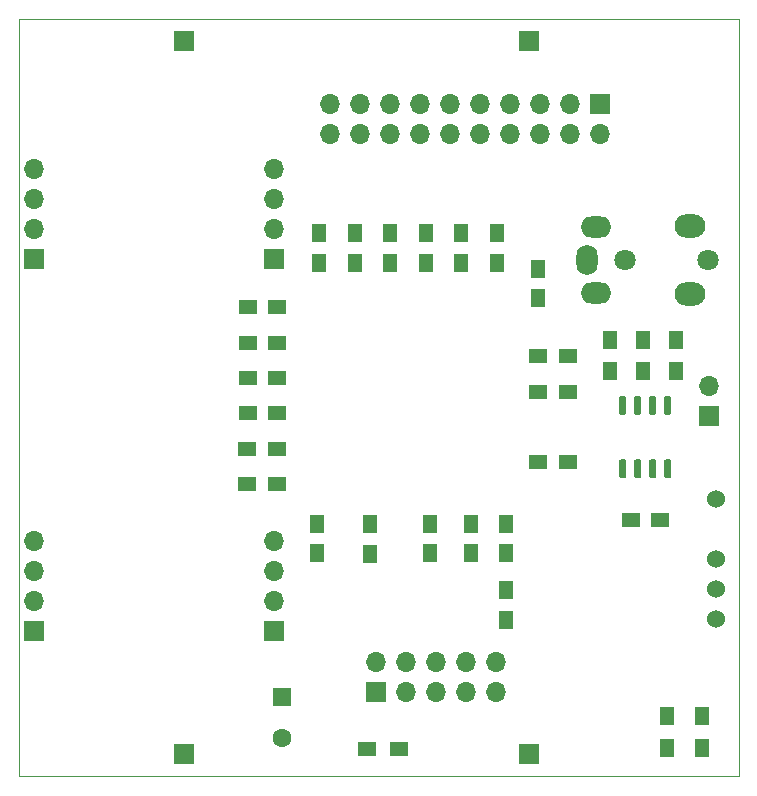
<source format=gbr>
%TF.GenerationSoftware,KiCad,Pcbnew,(5.1.5-0-10_14)*%
%TF.CreationDate,2020-11-09T20:11:24+01:00*%
%TF.ProjectId,rfreplacement,72667265-706c-4616-9365-6d656e742e6b,6.1*%
%TF.SameCoordinates,Original*%
%TF.FileFunction,Soldermask,Bot*%
%TF.FilePolarity,Negative*%
%FSLAX46Y46*%
G04 Gerber Fmt 4.6, Leading zero omitted, Abs format (unit mm)*
G04 Created by KiCad (PCBNEW (5.1.5-0-10_14)) date 2020-11-09 20:11:24*
%MOMM*%
%LPD*%
G04 APERTURE LIST*
%ADD10C,0.100000*%
%ADD11R,1.250000X1.500000*%
%ADD12C,1.800000*%
%ADD13O,1.800000X2.600000*%
%ADD14O,2.600000X1.800000*%
%ADD15O,2.600000X2.000000*%
%ADD16C,1.524000*%
%ADD17R,1.500000X1.250000*%
%ADD18R,1.700000X1.700000*%
%ADD19O,1.700000X1.700000*%
%ADD20R,1.500000X1.300000*%
%ADD21R,1.300000X1.500000*%
%ADD22C,1.600000*%
%ADD23R,1.600000X1.600000*%
%ADD24C,0.150000*%
G04 APERTURE END LIST*
D10*
X165100000Y-88900000D02*
X165100000Y-53340000D01*
X165100000Y-88900000D02*
X165100000Y-114935000D01*
X165100000Y-50800000D02*
X165100000Y-53340000D01*
X104140000Y-114300000D02*
X104140000Y-114935000D01*
X165100000Y-114935000D02*
X104140000Y-114935000D01*
X104140000Y-50800000D02*
X165100000Y-50800000D01*
X104140000Y-114300000D02*
X104140000Y-50800000D01*
D11*
X133858000Y-96100000D03*
X133858000Y-93600000D03*
D12*
X162500000Y-71200000D03*
X155500000Y-71200000D03*
D13*
X152300000Y-71200000D03*
D14*
X153000000Y-74000000D03*
X153000000Y-68400000D03*
D15*
X161000000Y-68300000D03*
X161000000Y-74100000D03*
D16*
X163195000Y-101600000D03*
X163195000Y-99060000D03*
X163195000Y-96520000D03*
X163195000Y-91440000D03*
D11*
X145400000Y-101650000D03*
X145400000Y-99150000D03*
D17*
X158450000Y-93200000D03*
X155950000Y-93200000D03*
X123550000Y-75200000D03*
X126050000Y-75200000D03*
D11*
X144600000Y-71450000D03*
X144600000Y-68950000D03*
D17*
X150650000Y-79375000D03*
X148150000Y-79375000D03*
D11*
X139000000Y-93550000D03*
X139000000Y-96050000D03*
D17*
X123500000Y-87200000D03*
X126000000Y-87200000D03*
X126050000Y-81200000D03*
X123550000Y-81200000D03*
X123550000Y-84200000D03*
X126050000Y-84200000D03*
X148150000Y-88279000D03*
X150650000Y-88279000D03*
D11*
X129400000Y-96050000D03*
X129400000Y-93550000D03*
X132600000Y-71450000D03*
X132600000Y-68950000D03*
X142400000Y-96050000D03*
X142400000Y-93550000D03*
X138600000Y-71450000D03*
X138600000Y-68950000D03*
D17*
X123550000Y-78200000D03*
X126050000Y-78200000D03*
X150650000Y-82400000D03*
X148150000Y-82400000D03*
D11*
X141600000Y-71450000D03*
X141600000Y-68950000D03*
X135600000Y-68950000D03*
X135600000Y-71450000D03*
D17*
X123500000Y-90200000D03*
X126000000Y-90200000D03*
D11*
X129600000Y-71450000D03*
X129600000Y-68950000D03*
X148150000Y-71950000D03*
X148150000Y-74450000D03*
X145400000Y-93550000D03*
X145400000Y-96050000D03*
D18*
X118110000Y-113030000D03*
X118110000Y-52705000D03*
X147320000Y-113030000D03*
X147320000Y-52705000D03*
D19*
X162560000Y-81915000D03*
D18*
X162560000Y-84455000D03*
D19*
X130540000Y-60540000D03*
X130540000Y-58000000D03*
X133080000Y-60540000D03*
X133080000Y-58000000D03*
X135620000Y-60540000D03*
X135620000Y-58000000D03*
X138160000Y-60540000D03*
X138160000Y-58000000D03*
X140700000Y-60540000D03*
X140700000Y-58000000D03*
X143240000Y-60540000D03*
X143240000Y-58000000D03*
X145780000Y-60540000D03*
X145780000Y-58000000D03*
X148320000Y-60540000D03*
X148320000Y-58000000D03*
X150860000Y-60540000D03*
X150860000Y-58000000D03*
X153400000Y-60540000D03*
D18*
X153400000Y-58000000D03*
D19*
X144560000Y-105260000D03*
X144560000Y-107800000D03*
X142020000Y-105260000D03*
X142020000Y-107800000D03*
X139480000Y-105260000D03*
X139480000Y-107800000D03*
X136940000Y-105260000D03*
X136940000Y-107800000D03*
X134400000Y-105260000D03*
D18*
X134400000Y-107800000D03*
D20*
X133650000Y-112600000D03*
X136350000Y-112600000D03*
D21*
X159000000Y-109850000D03*
X159000000Y-112550000D03*
X162000000Y-112550000D03*
X162000000Y-109850000D03*
X159800000Y-77950000D03*
X159800000Y-80650000D03*
X157000000Y-80646000D03*
X157000000Y-77946000D03*
X154200000Y-77946000D03*
X154200000Y-80646000D03*
D18*
X105410000Y-71120000D03*
D19*
X105410000Y-68580000D03*
X105410000Y-66040000D03*
X105410000Y-63500000D03*
X105410000Y-94996000D03*
X105410000Y-97536000D03*
X105410000Y-100076000D03*
D18*
X105410000Y-102616000D03*
D19*
X125730000Y-63500000D03*
X125730000Y-66040000D03*
X125730000Y-68580000D03*
D18*
X125730000Y-71120000D03*
X125730000Y-102616000D03*
D19*
X125730000Y-100076000D03*
X125730000Y-97536000D03*
X125730000Y-94996000D03*
D22*
X126400000Y-111700000D03*
D23*
X126400000Y-108200000D03*
D24*
G36*
X159269703Y-82750722D02*
G01*
X159284264Y-82752882D01*
X159298543Y-82756459D01*
X159312403Y-82761418D01*
X159325710Y-82767712D01*
X159338336Y-82775280D01*
X159350159Y-82784048D01*
X159361066Y-82793934D01*
X159370952Y-82804841D01*
X159379720Y-82816664D01*
X159387288Y-82829290D01*
X159393582Y-82842597D01*
X159398541Y-82856457D01*
X159402118Y-82870736D01*
X159404278Y-82885297D01*
X159405000Y-82900000D01*
X159405000Y-84150000D01*
X159404278Y-84164703D01*
X159402118Y-84179264D01*
X159398541Y-84193543D01*
X159393582Y-84207403D01*
X159387288Y-84220710D01*
X159379720Y-84233336D01*
X159370952Y-84245159D01*
X159361066Y-84256066D01*
X159350159Y-84265952D01*
X159338336Y-84274720D01*
X159325710Y-84282288D01*
X159312403Y-84288582D01*
X159298543Y-84293541D01*
X159284264Y-84297118D01*
X159269703Y-84299278D01*
X159255000Y-84300000D01*
X158955000Y-84300000D01*
X158940297Y-84299278D01*
X158925736Y-84297118D01*
X158911457Y-84293541D01*
X158897597Y-84288582D01*
X158884290Y-84282288D01*
X158871664Y-84274720D01*
X158859841Y-84265952D01*
X158848934Y-84256066D01*
X158839048Y-84245159D01*
X158830280Y-84233336D01*
X158822712Y-84220710D01*
X158816418Y-84207403D01*
X158811459Y-84193543D01*
X158807882Y-84179264D01*
X158805722Y-84164703D01*
X158805000Y-84150000D01*
X158805000Y-82900000D01*
X158805722Y-82885297D01*
X158807882Y-82870736D01*
X158811459Y-82856457D01*
X158816418Y-82842597D01*
X158822712Y-82829290D01*
X158830280Y-82816664D01*
X158839048Y-82804841D01*
X158848934Y-82793934D01*
X158859841Y-82784048D01*
X158871664Y-82775280D01*
X158884290Y-82767712D01*
X158897597Y-82761418D01*
X158911457Y-82756459D01*
X158925736Y-82752882D01*
X158940297Y-82750722D01*
X158955000Y-82750000D01*
X159255000Y-82750000D01*
X159269703Y-82750722D01*
G37*
G36*
X157999703Y-82750722D02*
G01*
X158014264Y-82752882D01*
X158028543Y-82756459D01*
X158042403Y-82761418D01*
X158055710Y-82767712D01*
X158068336Y-82775280D01*
X158080159Y-82784048D01*
X158091066Y-82793934D01*
X158100952Y-82804841D01*
X158109720Y-82816664D01*
X158117288Y-82829290D01*
X158123582Y-82842597D01*
X158128541Y-82856457D01*
X158132118Y-82870736D01*
X158134278Y-82885297D01*
X158135000Y-82900000D01*
X158135000Y-84150000D01*
X158134278Y-84164703D01*
X158132118Y-84179264D01*
X158128541Y-84193543D01*
X158123582Y-84207403D01*
X158117288Y-84220710D01*
X158109720Y-84233336D01*
X158100952Y-84245159D01*
X158091066Y-84256066D01*
X158080159Y-84265952D01*
X158068336Y-84274720D01*
X158055710Y-84282288D01*
X158042403Y-84288582D01*
X158028543Y-84293541D01*
X158014264Y-84297118D01*
X157999703Y-84299278D01*
X157985000Y-84300000D01*
X157685000Y-84300000D01*
X157670297Y-84299278D01*
X157655736Y-84297118D01*
X157641457Y-84293541D01*
X157627597Y-84288582D01*
X157614290Y-84282288D01*
X157601664Y-84274720D01*
X157589841Y-84265952D01*
X157578934Y-84256066D01*
X157569048Y-84245159D01*
X157560280Y-84233336D01*
X157552712Y-84220710D01*
X157546418Y-84207403D01*
X157541459Y-84193543D01*
X157537882Y-84179264D01*
X157535722Y-84164703D01*
X157535000Y-84150000D01*
X157535000Y-82900000D01*
X157535722Y-82885297D01*
X157537882Y-82870736D01*
X157541459Y-82856457D01*
X157546418Y-82842597D01*
X157552712Y-82829290D01*
X157560280Y-82816664D01*
X157569048Y-82804841D01*
X157578934Y-82793934D01*
X157589841Y-82784048D01*
X157601664Y-82775280D01*
X157614290Y-82767712D01*
X157627597Y-82761418D01*
X157641457Y-82756459D01*
X157655736Y-82752882D01*
X157670297Y-82750722D01*
X157685000Y-82750000D01*
X157985000Y-82750000D01*
X157999703Y-82750722D01*
G37*
G36*
X156729703Y-82750722D02*
G01*
X156744264Y-82752882D01*
X156758543Y-82756459D01*
X156772403Y-82761418D01*
X156785710Y-82767712D01*
X156798336Y-82775280D01*
X156810159Y-82784048D01*
X156821066Y-82793934D01*
X156830952Y-82804841D01*
X156839720Y-82816664D01*
X156847288Y-82829290D01*
X156853582Y-82842597D01*
X156858541Y-82856457D01*
X156862118Y-82870736D01*
X156864278Y-82885297D01*
X156865000Y-82900000D01*
X156865000Y-84150000D01*
X156864278Y-84164703D01*
X156862118Y-84179264D01*
X156858541Y-84193543D01*
X156853582Y-84207403D01*
X156847288Y-84220710D01*
X156839720Y-84233336D01*
X156830952Y-84245159D01*
X156821066Y-84256066D01*
X156810159Y-84265952D01*
X156798336Y-84274720D01*
X156785710Y-84282288D01*
X156772403Y-84288582D01*
X156758543Y-84293541D01*
X156744264Y-84297118D01*
X156729703Y-84299278D01*
X156715000Y-84300000D01*
X156415000Y-84300000D01*
X156400297Y-84299278D01*
X156385736Y-84297118D01*
X156371457Y-84293541D01*
X156357597Y-84288582D01*
X156344290Y-84282288D01*
X156331664Y-84274720D01*
X156319841Y-84265952D01*
X156308934Y-84256066D01*
X156299048Y-84245159D01*
X156290280Y-84233336D01*
X156282712Y-84220710D01*
X156276418Y-84207403D01*
X156271459Y-84193543D01*
X156267882Y-84179264D01*
X156265722Y-84164703D01*
X156265000Y-84150000D01*
X156265000Y-82900000D01*
X156265722Y-82885297D01*
X156267882Y-82870736D01*
X156271459Y-82856457D01*
X156276418Y-82842597D01*
X156282712Y-82829290D01*
X156290280Y-82816664D01*
X156299048Y-82804841D01*
X156308934Y-82793934D01*
X156319841Y-82784048D01*
X156331664Y-82775280D01*
X156344290Y-82767712D01*
X156357597Y-82761418D01*
X156371457Y-82756459D01*
X156385736Y-82752882D01*
X156400297Y-82750722D01*
X156415000Y-82750000D01*
X156715000Y-82750000D01*
X156729703Y-82750722D01*
G37*
G36*
X155459703Y-82750722D02*
G01*
X155474264Y-82752882D01*
X155488543Y-82756459D01*
X155502403Y-82761418D01*
X155515710Y-82767712D01*
X155528336Y-82775280D01*
X155540159Y-82784048D01*
X155551066Y-82793934D01*
X155560952Y-82804841D01*
X155569720Y-82816664D01*
X155577288Y-82829290D01*
X155583582Y-82842597D01*
X155588541Y-82856457D01*
X155592118Y-82870736D01*
X155594278Y-82885297D01*
X155595000Y-82900000D01*
X155595000Y-84150000D01*
X155594278Y-84164703D01*
X155592118Y-84179264D01*
X155588541Y-84193543D01*
X155583582Y-84207403D01*
X155577288Y-84220710D01*
X155569720Y-84233336D01*
X155560952Y-84245159D01*
X155551066Y-84256066D01*
X155540159Y-84265952D01*
X155528336Y-84274720D01*
X155515710Y-84282288D01*
X155502403Y-84288582D01*
X155488543Y-84293541D01*
X155474264Y-84297118D01*
X155459703Y-84299278D01*
X155445000Y-84300000D01*
X155145000Y-84300000D01*
X155130297Y-84299278D01*
X155115736Y-84297118D01*
X155101457Y-84293541D01*
X155087597Y-84288582D01*
X155074290Y-84282288D01*
X155061664Y-84274720D01*
X155049841Y-84265952D01*
X155038934Y-84256066D01*
X155029048Y-84245159D01*
X155020280Y-84233336D01*
X155012712Y-84220710D01*
X155006418Y-84207403D01*
X155001459Y-84193543D01*
X154997882Y-84179264D01*
X154995722Y-84164703D01*
X154995000Y-84150000D01*
X154995000Y-82900000D01*
X154995722Y-82885297D01*
X154997882Y-82870736D01*
X155001459Y-82856457D01*
X155006418Y-82842597D01*
X155012712Y-82829290D01*
X155020280Y-82816664D01*
X155029048Y-82804841D01*
X155038934Y-82793934D01*
X155049841Y-82784048D01*
X155061664Y-82775280D01*
X155074290Y-82767712D01*
X155087597Y-82761418D01*
X155101457Y-82756459D01*
X155115736Y-82752882D01*
X155130297Y-82750722D01*
X155145000Y-82750000D01*
X155445000Y-82750000D01*
X155459703Y-82750722D01*
G37*
G36*
X155459703Y-88100722D02*
G01*
X155474264Y-88102882D01*
X155488543Y-88106459D01*
X155502403Y-88111418D01*
X155515710Y-88117712D01*
X155528336Y-88125280D01*
X155540159Y-88134048D01*
X155551066Y-88143934D01*
X155560952Y-88154841D01*
X155569720Y-88166664D01*
X155577288Y-88179290D01*
X155583582Y-88192597D01*
X155588541Y-88206457D01*
X155592118Y-88220736D01*
X155594278Y-88235297D01*
X155595000Y-88250000D01*
X155595000Y-89500000D01*
X155594278Y-89514703D01*
X155592118Y-89529264D01*
X155588541Y-89543543D01*
X155583582Y-89557403D01*
X155577288Y-89570710D01*
X155569720Y-89583336D01*
X155560952Y-89595159D01*
X155551066Y-89606066D01*
X155540159Y-89615952D01*
X155528336Y-89624720D01*
X155515710Y-89632288D01*
X155502403Y-89638582D01*
X155488543Y-89643541D01*
X155474264Y-89647118D01*
X155459703Y-89649278D01*
X155445000Y-89650000D01*
X155145000Y-89650000D01*
X155130297Y-89649278D01*
X155115736Y-89647118D01*
X155101457Y-89643541D01*
X155087597Y-89638582D01*
X155074290Y-89632288D01*
X155061664Y-89624720D01*
X155049841Y-89615952D01*
X155038934Y-89606066D01*
X155029048Y-89595159D01*
X155020280Y-89583336D01*
X155012712Y-89570710D01*
X155006418Y-89557403D01*
X155001459Y-89543543D01*
X154997882Y-89529264D01*
X154995722Y-89514703D01*
X154995000Y-89500000D01*
X154995000Y-88250000D01*
X154995722Y-88235297D01*
X154997882Y-88220736D01*
X155001459Y-88206457D01*
X155006418Y-88192597D01*
X155012712Y-88179290D01*
X155020280Y-88166664D01*
X155029048Y-88154841D01*
X155038934Y-88143934D01*
X155049841Y-88134048D01*
X155061664Y-88125280D01*
X155074290Y-88117712D01*
X155087597Y-88111418D01*
X155101457Y-88106459D01*
X155115736Y-88102882D01*
X155130297Y-88100722D01*
X155145000Y-88100000D01*
X155445000Y-88100000D01*
X155459703Y-88100722D01*
G37*
G36*
X156729703Y-88100722D02*
G01*
X156744264Y-88102882D01*
X156758543Y-88106459D01*
X156772403Y-88111418D01*
X156785710Y-88117712D01*
X156798336Y-88125280D01*
X156810159Y-88134048D01*
X156821066Y-88143934D01*
X156830952Y-88154841D01*
X156839720Y-88166664D01*
X156847288Y-88179290D01*
X156853582Y-88192597D01*
X156858541Y-88206457D01*
X156862118Y-88220736D01*
X156864278Y-88235297D01*
X156865000Y-88250000D01*
X156865000Y-89500000D01*
X156864278Y-89514703D01*
X156862118Y-89529264D01*
X156858541Y-89543543D01*
X156853582Y-89557403D01*
X156847288Y-89570710D01*
X156839720Y-89583336D01*
X156830952Y-89595159D01*
X156821066Y-89606066D01*
X156810159Y-89615952D01*
X156798336Y-89624720D01*
X156785710Y-89632288D01*
X156772403Y-89638582D01*
X156758543Y-89643541D01*
X156744264Y-89647118D01*
X156729703Y-89649278D01*
X156715000Y-89650000D01*
X156415000Y-89650000D01*
X156400297Y-89649278D01*
X156385736Y-89647118D01*
X156371457Y-89643541D01*
X156357597Y-89638582D01*
X156344290Y-89632288D01*
X156331664Y-89624720D01*
X156319841Y-89615952D01*
X156308934Y-89606066D01*
X156299048Y-89595159D01*
X156290280Y-89583336D01*
X156282712Y-89570710D01*
X156276418Y-89557403D01*
X156271459Y-89543543D01*
X156267882Y-89529264D01*
X156265722Y-89514703D01*
X156265000Y-89500000D01*
X156265000Y-88250000D01*
X156265722Y-88235297D01*
X156267882Y-88220736D01*
X156271459Y-88206457D01*
X156276418Y-88192597D01*
X156282712Y-88179290D01*
X156290280Y-88166664D01*
X156299048Y-88154841D01*
X156308934Y-88143934D01*
X156319841Y-88134048D01*
X156331664Y-88125280D01*
X156344290Y-88117712D01*
X156357597Y-88111418D01*
X156371457Y-88106459D01*
X156385736Y-88102882D01*
X156400297Y-88100722D01*
X156415000Y-88100000D01*
X156715000Y-88100000D01*
X156729703Y-88100722D01*
G37*
G36*
X157999703Y-88100722D02*
G01*
X158014264Y-88102882D01*
X158028543Y-88106459D01*
X158042403Y-88111418D01*
X158055710Y-88117712D01*
X158068336Y-88125280D01*
X158080159Y-88134048D01*
X158091066Y-88143934D01*
X158100952Y-88154841D01*
X158109720Y-88166664D01*
X158117288Y-88179290D01*
X158123582Y-88192597D01*
X158128541Y-88206457D01*
X158132118Y-88220736D01*
X158134278Y-88235297D01*
X158135000Y-88250000D01*
X158135000Y-89500000D01*
X158134278Y-89514703D01*
X158132118Y-89529264D01*
X158128541Y-89543543D01*
X158123582Y-89557403D01*
X158117288Y-89570710D01*
X158109720Y-89583336D01*
X158100952Y-89595159D01*
X158091066Y-89606066D01*
X158080159Y-89615952D01*
X158068336Y-89624720D01*
X158055710Y-89632288D01*
X158042403Y-89638582D01*
X158028543Y-89643541D01*
X158014264Y-89647118D01*
X157999703Y-89649278D01*
X157985000Y-89650000D01*
X157685000Y-89650000D01*
X157670297Y-89649278D01*
X157655736Y-89647118D01*
X157641457Y-89643541D01*
X157627597Y-89638582D01*
X157614290Y-89632288D01*
X157601664Y-89624720D01*
X157589841Y-89615952D01*
X157578934Y-89606066D01*
X157569048Y-89595159D01*
X157560280Y-89583336D01*
X157552712Y-89570710D01*
X157546418Y-89557403D01*
X157541459Y-89543543D01*
X157537882Y-89529264D01*
X157535722Y-89514703D01*
X157535000Y-89500000D01*
X157535000Y-88250000D01*
X157535722Y-88235297D01*
X157537882Y-88220736D01*
X157541459Y-88206457D01*
X157546418Y-88192597D01*
X157552712Y-88179290D01*
X157560280Y-88166664D01*
X157569048Y-88154841D01*
X157578934Y-88143934D01*
X157589841Y-88134048D01*
X157601664Y-88125280D01*
X157614290Y-88117712D01*
X157627597Y-88111418D01*
X157641457Y-88106459D01*
X157655736Y-88102882D01*
X157670297Y-88100722D01*
X157685000Y-88100000D01*
X157985000Y-88100000D01*
X157999703Y-88100722D01*
G37*
G36*
X159269703Y-88100722D02*
G01*
X159284264Y-88102882D01*
X159298543Y-88106459D01*
X159312403Y-88111418D01*
X159325710Y-88117712D01*
X159338336Y-88125280D01*
X159350159Y-88134048D01*
X159361066Y-88143934D01*
X159370952Y-88154841D01*
X159379720Y-88166664D01*
X159387288Y-88179290D01*
X159393582Y-88192597D01*
X159398541Y-88206457D01*
X159402118Y-88220736D01*
X159404278Y-88235297D01*
X159405000Y-88250000D01*
X159405000Y-89500000D01*
X159404278Y-89514703D01*
X159402118Y-89529264D01*
X159398541Y-89543543D01*
X159393582Y-89557403D01*
X159387288Y-89570710D01*
X159379720Y-89583336D01*
X159370952Y-89595159D01*
X159361066Y-89606066D01*
X159350159Y-89615952D01*
X159338336Y-89624720D01*
X159325710Y-89632288D01*
X159312403Y-89638582D01*
X159298543Y-89643541D01*
X159284264Y-89647118D01*
X159269703Y-89649278D01*
X159255000Y-89650000D01*
X158955000Y-89650000D01*
X158940297Y-89649278D01*
X158925736Y-89647118D01*
X158911457Y-89643541D01*
X158897597Y-89638582D01*
X158884290Y-89632288D01*
X158871664Y-89624720D01*
X158859841Y-89615952D01*
X158848934Y-89606066D01*
X158839048Y-89595159D01*
X158830280Y-89583336D01*
X158822712Y-89570710D01*
X158816418Y-89557403D01*
X158811459Y-89543543D01*
X158807882Y-89529264D01*
X158805722Y-89514703D01*
X158805000Y-89500000D01*
X158805000Y-88250000D01*
X158805722Y-88235297D01*
X158807882Y-88220736D01*
X158811459Y-88206457D01*
X158816418Y-88192597D01*
X158822712Y-88179290D01*
X158830280Y-88166664D01*
X158839048Y-88154841D01*
X158848934Y-88143934D01*
X158859841Y-88134048D01*
X158871664Y-88125280D01*
X158884290Y-88117712D01*
X158897597Y-88111418D01*
X158911457Y-88106459D01*
X158925736Y-88102882D01*
X158940297Y-88100722D01*
X158955000Y-88100000D01*
X159255000Y-88100000D01*
X159269703Y-88100722D01*
G37*
M02*

</source>
